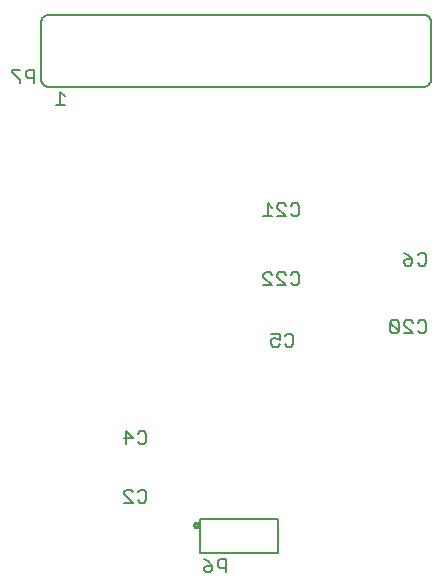
<source format=gbo>
G75*
G70*
%OFA0B0*%
%FSLAX24Y24*%
%IPPOS*%
%LPD*%
%AMOC8*
5,1,8,0,0,1.08239X$1,22.5*
%
%ADD10C,0.0060*%
%ADD11C,0.0050*%
%ADD12C,0.0080*%
%ADD13C,0.0090*%
D10*
X006990Y001950D02*
X006990Y003090D01*
X009590Y003090D01*
X009590Y001950D01*
X006990Y001950D01*
X001950Y017500D02*
X014450Y017500D01*
X014480Y017502D01*
X014510Y017507D01*
X014539Y017516D01*
X014566Y017529D01*
X014592Y017544D01*
X014616Y017563D01*
X014637Y017584D01*
X014656Y017608D01*
X014671Y017634D01*
X014684Y017661D01*
X014693Y017690D01*
X014698Y017720D01*
X014700Y017750D01*
X014700Y019650D01*
X014698Y019680D01*
X014693Y019710D01*
X014684Y019739D01*
X014671Y019766D01*
X014656Y019792D01*
X014637Y019816D01*
X014616Y019837D01*
X014592Y019856D01*
X014566Y019871D01*
X014539Y019884D01*
X014510Y019893D01*
X014480Y019898D01*
X014450Y019900D01*
X001950Y019900D01*
X001920Y019898D01*
X001890Y019893D01*
X001861Y019884D01*
X001834Y019871D01*
X001808Y019856D01*
X001784Y019837D01*
X001763Y019816D01*
X001744Y019792D01*
X001729Y019766D01*
X001716Y019739D01*
X001707Y019710D01*
X001702Y019680D01*
X001700Y019650D01*
X001700Y017750D01*
X001702Y017720D01*
X001707Y017690D01*
X001716Y017661D01*
X001729Y017634D01*
X001744Y017608D01*
X001763Y017584D01*
X001784Y017563D01*
X001808Y017544D01*
X001834Y017529D01*
X001861Y017516D01*
X001890Y017507D01*
X001920Y017502D01*
X001950Y017500D01*
D11*
X002335Y017325D02*
X002335Y016875D01*
X002485Y016875D02*
X002185Y016875D01*
X002485Y017175D02*
X002335Y017325D01*
D12*
X004469Y003640D02*
X004750Y003640D01*
X004469Y003920D01*
X004469Y003990D01*
X004539Y004060D01*
X004680Y004060D01*
X004750Y003990D01*
X004930Y003990D02*
X005000Y004060D01*
X005140Y004060D01*
X005210Y003990D01*
X005210Y003710D01*
X005140Y003640D01*
X005000Y003640D01*
X004930Y003710D01*
X005000Y005590D02*
X004930Y005660D01*
X005000Y005590D02*
X005140Y005590D01*
X005210Y005660D01*
X005210Y005940D01*
X005140Y006010D01*
X005000Y006010D01*
X004930Y005940D01*
X004750Y005800D02*
X004469Y005800D01*
X004539Y005590D02*
X004539Y006010D01*
X004750Y005800D01*
X007120Y001750D02*
X007260Y001680D01*
X007400Y001540D01*
X007190Y001540D01*
X007120Y001470D01*
X007120Y001400D01*
X007190Y001330D01*
X007330Y001330D01*
X007400Y001400D01*
X007400Y001540D01*
X007581Y001540D02*
X007581Y001680D01*
X007651Y001750D01*
X007861Y001750D01*
X007861Y001330D01*
X007861Y001470D02*
X007651Y001470D01*
X007581Y001540D01*
X009439Y008840D02*
X009580Y008840D01*
X009650Y008910D01*
X009650Y009050D02*
X009509Y009120D01*
X009439Y009120D01*
X009369Y009050D01*
X009369Y008910D01*
X009439Y008840D01*
X009650Y009050D02*
X009650Y009260D01*
X009369Y009260D01*
X009830Y009190D02*
X009900Y009260D01*
X010040Y009260D01*
X010110Y009190D01*
X010110Y008910D01*
X010040Y008840D01*
X009900Y008840D01*
X009830Y008910D01*
X009850Y010890D02*
X009569Y010890D01*
X009389Y010890D02*
X009109Y011170D01*
X009109Y011240D01*
X009179Y011310D01*
X009319Y011310D01*
X009389Y011240D01*
X009569Y011240D02*
X009639Y011310D01*
X009780Y011310D01*
X009850Y011240D01*
X010030Y011240D02*
X010100Y011310D01*
X010240Y011310D01*
X010310Y011240D01*
X010310Y010960D01*
X010240Y010890D01*
X010100Y010890D01*
X010030Y010960D01*
X009850Y010890D02*
X009569Y011170D01*
X009569Y011240D01*
X009389Y010890D02*
X009109Y010890D01*
X009109Y013190D02*
X009389Y013190D01*
X009249Y013190D02*
X009249Y013610D01*
X009389Y013470D01*
X009569Y013470D02*
X009569Y013540D01*
X009639Y013610D01*
X009780Y013610D01*
X009850Y013540D01*
X010030Y013540D02*
X010100Y013610D01*
X010240Y013610D01*
X010310Y013540D01*
X010310Y013260D01*
X010240Y013190D01*
X010100Y013190D01*
X010030Y013260D01*
X009850Y013190D02*
X009569Y013470D01*
X009569Y013190D02*
X009850Y013190D01*
X013340Y009640D02*
X013340Y009360D01*
X013410Y009290D01*
X013550Y009290D01*
X013620Y009360D01*
X013340Y009640D01*
X013410Y009710D01*
X013550Y009710D01*
X013620Y009640D01*
X013620Y009360D01*
X013801Y009290D02*
X014081Y009290D01*
X013801Y009570D01*
X013801Y009640D01*
X013871Y009710D01*
X014011Y009710D01*
X014081Y009640D01*
X014261Y009640D02*
X014331Y009710D01*
X014471Y009710D01*
X014541Y009640D01*
X014541Y009360D01*
X014471Y009290D01*
X014331Y009290D01*
X014261Y009360D01*
X014321Y011540D02*
X014251Y011610D01*
X014321Y011540D02*
X014461Y011540D01*
X014531Y011610D01*
X014531Y011890D01*
X014461Y011960D01*
X014321Y011960D01*
X014251Y011890D01*
X014070Y011750D02*
X014070Y011610D01*
X014000Y011540D01*
X013860Y011540D01*
X013790Y011610D01*
X013790Y011680D01*
X013860Y011750D01*
X014070Y011750D01*
X013930Y011890D01*
X013790Y011960D01*
X001460Y017640D02*
X001460Y018060D01*
X001250Y018060D01*
X001180Y017990D01*
X001180Y017850D01*
X001250Y017780D01*
X001460Y017780D01*
X001000Y017710D02*
X001000Y017640D01*
X001000Y017710D02*
X000719Y017990D01*
X000719Y018060D01*
X001000Y018060D01*
D13*
X006816Y002955D02*
X006886Y002955D01*
X006921Y002920D01*
X006921Y002850D01*
X006886Y002815D01*
X006816Y002815D01*
X006781Y002850D01*
X006781Y002920D01*
X006816Y002955D01*
M02*

</source>
